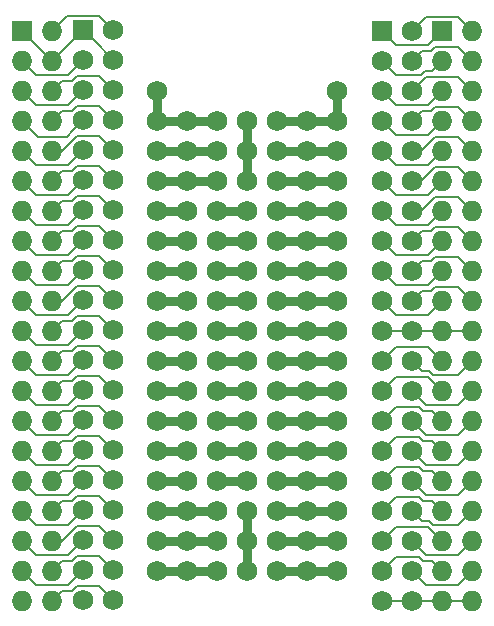
<source format=gtl>
G04 #@! TF.FileFunction,Copper,L1,Top,Signal*
%FSLAX46Y46*%
G04 Gerber Fmt 4.6, Leading zero omitted, Abs format (unit mm)*
G04 Created by KiCad (PCBNEW 4.0.1-3.201512221402+6198~38~ubuntu14.04.1-stable) date Fri 13 May 2016 10:50:05 PM PDT*
%MOMM*%
G01*
G04 APERTURE LIST*
%ADD10C,0.100000*%
%ADD11C,1.727200*%
%ADD12R,1.727200X1.727200*%
%ADD13O,1.727200X1.727200*%
%ADD14C,0.762000*%
%ADD15C,0.152400*%
G04 APERTURE END LIST*
D10*
D11*
X144018000Y-81280000D03*
X144018000Y-78740000D03*
X144018000Y-83820000D03*
X144018000Y-91440000D03*
X144018000Y-93980000D03*
X144018000Y-99060000D03*
X144018000Y-96520000D03*
X144018000Y-86360000D03*
X144018000Y-88900000D03*
X144018000Y-111760000D03*
X144018000Y-109220000D03*
X144018000Y-101600000D03*
X144018000Y-104140000D03*
X144018000Y-114300000D03*
X144018000Y-116840000D03*
X144018000Y-106680000D03*
X141478000Y-116840000D03*
X141478000Y-114300000D03*
X146558000Y-116840000D03*
X146558000Y-114300000D03*
X151638000Y-116840000D03*
X149098000Y-116840000D03*
X138938000Y-116840000D03*
X136398000Y-116840000D03*
X151638000Y-114300000D03*
X149098000Y-114300000D03*
X138938000Y-114300000D03*
X136398000Y-114300000D03*
X151638000Y-111760000D03*
X149098000Y-111760000D03*
X146558000Y-111760000D03*
X141478000Y-111760000D03*
X138938000Y-111760000D03*
X136398000Y-111760000D03*
X151638000Y-109220000D03*
X149098000Y-109220000D03*
X146558000Y-109220000D03*
X141478000Y-109220000D03*
X138938000Y-109220000D03*
X136398000Y-109220000D03*
X151638000Y-106680000D03*
X149098000Y-106680000D03*
X146558000Y-106680000D03*
X141478000Y-106680000D03*
X138938000Y-106680000D03*
X136398000Y-106680000D03*
X151638000Y-104140000D03*
X149098000Y-104140000D03*
X146558000Y-104140000D03*
X141478000Y-104140000D03*
X138938000Y-104140000D03*
X136398000Y-104140000D03*
X151638000Y-101600000D03*
X149098000Y-101600000D03*
X146558000Y-101600000D03*
X141478000Y-101600000D03*
X138938000Y-101600000D03*
X136398000Y-101600000D03*
X151638000Y-99060000D03*
X149098000Y-99060000D03*
X146558000Y-99060000D03*
X141478000Y-99060000D03*
X138938000Y-99060000D03*
X136398000Y-99060000D03*
X151638000Y-96520000D03*
X149098000Y-96520000D03*
X146558000Y-96520000D03*
X141478000Y-96520000D03*
X138938000Y-96520000D03*
X136398000Y-96520000D03*
X151638000Y-93980000D03*
X149098000Y-93980000D03*
X146558000Y-93980000D03*
X141478000Y-93980000D03*
X138938000Y-93980000D03*
X136398000Y-93980000D03*
X151638000Y-91440000D03*
X149098000Y-91440000D03*
X146558000Y-91440000D03*
X141478000Y-91440000D03*
X138938000Y-91440000D03*
X136398000Y-91440000D03*
X151638000Y-88900000D03*
X149098000Y-88900000D03*
X146558000Y-88900000D03*
X141478000Y-88900000D03*
X138938000Y-88900000D03*
X136398000Y-88900000D03*
X151638000Y-86360000D03*
X149098000Y-86360000D03*
X146558000Y-86360000D03*
X141478000Y-86360000D03*
X138938000Y-86360000D03*
X136398000Y-86360000D03*
X151638000Y-83820000D03*
X149098000Y-83820000D03*
X146558000Y-83820000D03*
X141478000Y-83820000D03*
X138938000Y-83820000D03*
X136398000Y-83820000D03*
X151638000Y-81280000D03*
X149098000Y-81280000D03*
X146558000Y-81280000D03*
X141478000Y-81280000D03*
X138938000Y-81280000D03*
X136398000Y-81280000D03*
X151638000Y-78740000D03*
X149098000Y-78740000D03*
X146558000Y-78740000D03*
X141478000Y-78740000D03*
X138938000Y-78740000D03*
X136398000Y-78740000D03*
X151638000Y-76200000D03*
X136398000Y-76200000D03*
D12*
X124968000Y-71120000D03*
D13*
X127508000Y-71120000D03*
X124968000Y-73660000D03*
X127508000Y-73660000D03*
X124968000Y-76200000D03*
X127508000Y-76200000D03*
X124968000Y-78740000D03*
X127508000Y-78740000D03*
X124968000Y-81280000D03*
X127508000Y-81280000D03*
X124968000Y-83820000D03*
X127508000Y-83820000D03*
X124968000Y-86360000D03*
X127508000Y-86360000D03*
X124968000Y-88900000D03*
X127508000Y-88900000D03*
X124968000Y-91440000D03*
X127508000Y-91440000D03*
X124968000Y-93980000D03*
X127508000Y-93980000D03*
X124968000Y-96520000D03*
X127508000Y-96520000D03*
X124968000Y-99060000D03*
X127508000Y-99060000D03*
X124968000Y-101600000D03*
X127508000Y-101600000D03*
X124968000Y-104140000D03*
X127508000Y-104140000D03*
X124968000Y-106680000D03*
X127508000Y-106680000D03*
X124968000Y-109220000D03*
X127508000Y-109220000D03*
X124968000Y-111760000D03*
X127508000Y-111760000D03*
X124968000Y-114300000D03*
X127508000Y-114300000D03*
X124968000Y-116840000D03*
X127508000Y-116840000D03*
X124968000Y-119380000D03*
X127508000Y-119380000D03*
D12*
X160528000Y-71120000D03*
D13*
X163068000Y-71120000D03*
X160528000Y-73660000D03*
X163068000Y-73660000D03*
X160528000Y-76200000D03*
X163068000Y-76200000D03*
X160528000Y-78740000D03*
X163068000Y-78740000D03*
X160528000Y-81280000D03*
X163068000Y-81280000D03*
X160528000Y-83820000D03*
X163068000Y-83820000D03*
X160528000Y-86360000D03*
X163068000Y-86360000D03*
X160528000Y-88900000D03*
X163068000Y-88900000D03*
X160528000Y-91440000D03*
X163068000Y-91440000D03*
X160528000Y-93980000D03*
X163068000Y-93980000D03*
X160528000Y-96520000D03*
X163068000Y-96520000D03*
X160528000Y-99060000D03*
X163068000Y-99060000D03*
X160528000Y-101600000D03*
X163068000Y-101600000D03*
X160528000Y-104140000D03*
X163068000Y-104140000D03*
X160528000Y-106680000D03*
X163068000Y-106680000D03*
X160528000Y-109220000D03*
X163068000Y-109220000D03*
X160528000Y-111760000D03*
X163068000Y-111760000D03*
X160528000Y-114300000D03*
X163068000Y-114300000D03*
X160528000Y-116840000D03*
X163068000Y-116840000D03*
X160528000Y-119380000D03*
X163068000Y-119380000D03*
D12*
X155448000Y-71120000D03*
D11*
X155448000Y-73660000D03*
X155448000Y-76200000D03*
X155448000Y-78740000D03*
X155448000Y-81280000D03*
X155448000Y-83820000D03*
X155448000Y-86360000D03*
X155448000Y-88900000D03*
X155448000Y-91440000D03*
X155448000Y-93980000D03*
X155448000Y-96520000D03*
X155448000Y-99060000D03*
X155448000Y-101600000D03*
X155448000Y-104140000D03*
X155448000Y-106680000D03*
X155448000Y-109220000D03*
X155448000Y-111760000D03*
X155448000Y-114300000D03*
X155448000Y-116840000D03*
X155448000Y-119380000D03*
X157988000Y-71120000D03*
X157988000Y-73660000D03*
X157988000Y-76200000D03*
X157988000Y-78740000D03*
X157988000Y-81280000D03*
X157988000Y-83820000D03*
X157988000Y-86360000D03*
X157988000Y-88900000D03*
X157988000Y-91440000D03*
X157988000Y-93980000D03*
X157988000Y-96520000D03*
X157988000Y-99060000D03*
X157988000Y-101600000D03*
X157988000Y-104140000D03*
X157988000Y-106680000D03*
X157988000Y-109220000D03*
X157988000Y-111760000D03*
X157988000Y-114300000D03*
X157988000Y-116840000D03*
X157988000Y-119380000D03*
X132715000Y-71035001D03*
X132715000Y-73575001D03*
X132715000Y-76115001D03*
X132715000Y-78655001D03*
X132715000Y-81195001D03*
X132715000Y-83735001D03*
X132715000Y-86275001D03*
X132715000Y-88815001D03*
X132715000Y-91355001D03*
X132715000Y-93895001D03*
X132715000Y-96435001D03*
X132715000Y-98975001D03*
X132715000Y-101515001D03*
X132715000Y-104055001D03*
X132715000Y-106595001D03*
X132715000Y-109135001D03*
X132715000Y-111675001D03*
X132715000Y-114215001D03*
X132715000Y-116755001D03*
X132715000Y-119295001D03*
D12*
X130175000Y-71035001D03*
D11*
X130175000Y-73575001D03*
X130175000Y-76115001D03*
X130175000Y-78655001D03*
X130175000Y-81195001D03*
X130175000Y-83735001D03*
X130175000Y-86275001D03*
X130175000Y-88815001D03*
X130175000Y-91355001D03*
X130175000Y-93895001D03*
X130175000Y-96435001D03*
X130175000Y-98975001D03*
X130175000Y-101515001D03*
X130175000Y-104055001D03*
X130175000Y-106595001D03*
X130175000Y-109135001D03*
X130175000Y-111675001D03*
X130175000Y-114215001D03*
X130175000Y-116755001D03*
X130175000Y-119295001D03*
D14*
X149098000Y-99060000D02*
X151638000Y-99060000D01*
X146558000Y-101600000D02*
X149098000Y-101600000D01*
X149098000Y-101600000D02*
X151638000Y-101600000D01*
X151638000Y-109220000D02*
X149098000Y-109220000D01*
X146558000Y-106680000D02*
X151638000Y-106680000D01*
X146558000Y-104140000D02*
X151638000Y-104140000D01*
X146558000Y-99060000D02*
X149098000Y-99060000D01*
X151638000Y-96520000D02*
X146558000Y-96520000D01*
X146558000Y-93980000D02*
X151638000Y-93980000D01*
X149098000Y-91440000D02*
X151638000Y-91440000D01*
X141478000Y-93980000D02*
X144018000Y-93980000D01*
X146558000Y-91440000D02*
X149098000Y-91440000D01*
X141478000Y-91440000D02*
X144018000Y-91440000D01*
X141478000Y-99060000D02*
X144018000Y-99060000D01*
X144018000Y-96520000D02*
X141478000Y-96520000D01*
X141478000Y-104140000D02*
X144018000Y-104140000D01*
X141478000Y-101600000D02*
X144018000Y-101600000D01*
X141478000Y-106680000D02*
X144018000Y-106680000D01*
X141478000Y-109220000D02*
X144018000Y-109220000D01*
X146558000Y-109220000D02*
X149098000Y-109220000D01*
X146558000Y-111760000D02*
X151638000Y-111760000D01*
X146558000Y-116840000D02*
X151638000Y-116840000D01*
X146558000Y-114300000D02*
X151638000Y-114300000D01*
X144018000Y-116840000D02*
X144018000Y-111760000D01*
X141478000Y-111760000D02*
X138938000Y-111760000D01*
X136398000Y-116840000D02*
X141478000Y-116840000D01*
X136398000Y-114300000D02*
X141478000Y-114300000D01*
X136398000Y-111760000D02*
X138938000Y-111760000D01*
X136398000Y-109220000D02*
X138938000Y-109220000D01*
X136398000Y-106680000D02*
X138938000Y-106680000D01*
X136398000Y-104140000D02*
X138938000Y-104140000D01*
X136398000Y-101600000D02*
X138938000Y-101600000D01*
X136398000Y-99060000D02*
X138938000Y-99060000D01*
X138938000Y-96520000D02*
X136398000Y-96520000D01*
X136398000Y-93980000D02*
X138938000Y-93980000D01*
X136398000Y-91440000D02*
X138938000Y-91440000D01*
X136398000Y-88900000D02*
X138938000Y-88900000D01*
X141478000Y-88900000D02*
X144018000Y-88900000D01*
X149098000Y-88900000D02*
X151638000Y-88900000D01*
X146558000Y-88900000D02*
X149098000Y-88900000D01*
X146558000Y-86360000D02*
X151638000Y-86360000D01*
X141478000Y-86360000D02*
X144018000Y-86360000D01*
X136398000Y-86360000D02*
X138938000Y-86360000D01*
X136398000Y-83820000D02*
X141478000Y-83820000D01*
X136398000Y-81280000D02*
X141478000Y-81280000D01*
X146558000Y-83820000D02*
X151638000Y-83820000D01*
X146558000Y-81280000D02*
X151638000Y-81280000D01*
X136398000Y-76200000D02*
X136398000Y-78740000D01*
X138938000Y-78740000D02*
X136398000Y-78740000D01*
X141478000Y-78740000D02*
X138938000Y-78740000D01*
X151638000Y-78740000D02*
X146558000Y-78740000D01*
X151638000Y-76200000D02*
X151638000Y-78740000D01*
X136398000Y-81280000D02*
X141478000Y-81280000D01*
X144018000Y-78740000D02*
X144018000Y-83820000D01*
X136398000Y-83820000D02*
X141478000Y-83820000D01*
X146558000Y-83820000D02*
X151638000Y-83820000D01*
X146558000Y-81280000D02*
X151638000Y-81280000D01*
X136398000Y-86360000D02*
X138938000Y-86360000D01*
X136398000Y-88900000D02*
X138938000Y-88900000D01*
X136398000Y-91440000D02*
X138938000Y-91440000D01*
X136398000Y-93980000D02*
X138938000Y-93980000D01*
X138938000Y-96520000D02*
X136398000Y-96520000D01*
X141478000Y-86360000D02*
X144018000Y-86360000D01*
X141478000Y-88900000D02*
X144018000Y-88900000D01*
X141478000Y-91440000D02*
X144018000Y-91440000D01*
X141478000Y-93980000D02*
X144018000Y-93980000D01*
X146558000Y-86360000D02*
X151638000Y-86360000D01*
X141478000Y-101600000D02*
X144018000Y-101600000D01*
X146558000Y-99060000D02*
X149098000Y-99060000D01*
X146558000Y-101600000D02*
X149098000Y-101600000D01*
X146558000Y-104140000D02*
X151638000Y-104140000D01*
X146558000Y-106680000D02*
X151638000Y-106680000D01*
X146558000Y-109220000D02*
X149098000Y-109220000D01*
X146558000Y-111760000D02*
X151638000Y-111760000D01*
X141478000Y-111760000D02*
X138938000Y-111760000D01*
X136398000Y-111760000D02*
X138938000Y-111760000D01*
X141478000Y-109220000D02*
X144018000Y-109220000D01*
X141478000Y-104140000D02*
X144018000Y-104140000D01*
X141478000Y-106680000D02*
X144018000Y-106680000D01*
X136398000Y-106680000D02*
X138938000Y-106680000D01*
X136398000Y-104140000D02*
X138938000Y-104140000D01*
X141478000Y-99060000D02*
X144018000Y-99060000D01*
X144018000Y-96520000D02*
X141478000Y-96520000D01*
X151638000Y-96520000D02*
X146558000Y-96520000D01*
X146558000Y-93980000D02*
X151638000Y-93980000D01*
X146558000Y-91440000D02*
X149098000Y-91440000D01*
X146558000Y-88900000D02*
X149098000Y-88900000D01*
X136398000Y-109220000D02*
X138938000Y-109220000D01*
X151638000Y-109220000D02*
X149098000Y-109220000D01*
X149098000Y-101600000D02*
X151638000Y-101600000D01*
X149098000Y-99060000D02*
X151638000Y-99060000D01*
X136398000Y-101600000D02*
X138938000Y-101600000D01*
X136398000Y-99060000D02*
X138938000Y-99060000D01*
X149098000Y-91440000D02*
X151638000Y-91440000D01*
X149098000Y-88900000D02*
X151638000Y-88900000D01*
X144018000Y-116840000D02*
X144018000Y-111760000D01*
X146558000Y-114300000D02*
X151638000Y-114300000D01*
X146558000Y-116840000D02*
X151638000Y-116840000D01*
X136398000Y-114300000D02*
X141478000Y-114300000D01*
X136398000Y-116840000D02*
X141478000Y-116840000D01*
D15*
X159385000Y-119380000D02*
X155448000Y-119380000D01*
X163068000Y-119380000D02*
X159385000Y-119380000D01*
X163068000Y-96520000D02*
X160528000Y-96520000D01*
X157988000Y-96520000D02*
X160528000Y-96520000D01*
X155448000Y-96520000D02*
X157988000Y-96520000D01*
X156641801Y-72313801D02*
X159334199Y-72313801D01*
X155448000Y-71120000D02*
X156641801Y-72313801D01*
X159334199Y-72313801D02*
X160528000Y-71120000D01*
X127508000Y-83820000D02*
X128371599Y-82956401D01*
X128371599Y-82956401D02*
X129186774Y-82956401D01*
X131521199Y-82541200D02*
X131851401Y-82871402D01*
X129186774Y-82956401D02*
X129601975Y-82541200D01*
X129601975Y-82541200D02*
X131521199Y-82541200D01*
X131851401Y-82871402D02*
X132715000Y-83735001D01*
X130175000Y-71035001D02*
X131038599Y-71898600D01*
X131038599Y-71898600D02*
X132715000Y-73575001D01*
X127508000Y-73660000D02*
X130132999Y-71035001D01*
X130132999Y-71035001D02*
X130175000Y-71035001D01*
X124968000Y-71120000D02*
X127508000Y-73660000D01*
X163068000Y-71120000D02*
X161874199Y-69926199D01*
X161874199Y-69926199D02*
X159181801Y-69926199D01*
X159181801Y-69926199D02*
X158851599Y-70256401D01*
X158851599Y-70256401D02*
X157988000Y-71120000D01*
X124968000Y-73660000D02*
X126161801Y-74853801D01*
X126161801Y-74853801D02*
X128896200Y-74853801D01*
X128896200Y-74853801D02*
X129311401Y-74438600D01*
X129311401Y-74438600D02*
X130175000Y-73575001D01*
X155448000Y-81280000D02*
X156641801Y-82473801D01*
X159334199Y-82473801D02*
X159664401Y-82143599D01*
X156641801Y-82473801D02*
X159334199Y-82473801D01*
X159664401Y-82143599D02*
X160528000Y-81280000D01*
X124968000Y-76200000D02*
X126161801Y-77393801D01*
X129311401Y-76978600D02*
X130175000Y-76115001D01*
X126161801Y-77393801D02*
X128896200Y-77393801D01*
X128896200Y-77393801D02*
X129311401Y-76978600D01*
X127508000Y-71120000D02*
X128786800Y-69841200D01*
X128786800Y-69841200D02*
X131521199Y-69841200D01*
X131521199Y-69841200D02*
X132715000Y-71035001D01*
X127508000Y-76200000D02*
X128371599Y-75336401D01*
X129601975Y-74921200D02*
X131521199Y-74921200D01*
X128371599Y-75336401D02*
X129186774Y-75336401D01*
X129186774Y-75336401D02*
X129601975Y-74921200D01*
X131521199Y-74921200D02*
X131851401Y-75251402D01*
X131851401Y-75251402D02*
X132715000Y-76115001D01*
X124968000Y-78740000D02*
X126314199Y-80086199D01*
X126314199Y-80086199D02*
X128743802Y-80086199D01*
X128743802Y-80086199D02*
X129311401Y-79518600D01*
X129311401Y-79518600D02*
X130175000Y-78655001D01*
X127508000Y-78740000D02*
X128371599Y-77876401D01*
X128371599Y-77876401D02*
X129186774Y-77876401D01*
X129186774Y-77876401D02*
X129601975Y-77461200D01*
X129601975Y-77461200D02*
X131521199Y-77461200D01*
X131521199Y-77461200D02*
X131851401Y-77791402D01*
X131851401Y-77791402D02*
X132715000Y-78655001D01*
X124968000Y-81280000D02*
X126161801Y-82473801D01*
X126161801Y-82473801D02*
X128896200Y-82473801D01*
X128896200Y-82473801D02*
X129311401Y-82058600D01*
X129311401Y-82058600D02*
X130175000Y-81195001D01*
X127508000Y-81280000D02*
X128323175Y-81280000D01*
X128323175Y-81280000D02*
X129601975Y-80001200D01*
X129601975Y-80001200D02*
X131521199Y-80001200D01*
X131521199Y-80001200D02*
X131851401Y-80331402D01*
X131851401Y-80331402D02*
X132715000Y-81195001D01*
X124968000Y-83820000D02*
X126161801Y-85013801D01*
X126161801Y-85013801D02*
X128896200Y-85013801D01*
X128896200Y-85013801D02*
X129311401Y-84598600D01*
X129311401Y-84598600D02*
X130175000Y-83735001D01*
X124968000Y-86360000D02*
X126161801Y-87553801D01*
X126161801Y-87553801D02*
X128896200Y-87553801D01*
X128896200Y-87553801D02*
X129311401Y-87138600D01*
X129311401Y-87138600D02*
X130175000Y-86275001D01*
X127508000Y-86360000D02*
X128371599Y-85496401D01*
X128371599Y-85496401D02*
X129186774Y-85496401D01*
X131851401Y-85411402D02*
X132715000Y-86275001D01*
X129186774Y-85496401D02*
X129601975Y-85081200D01*
X129601975Y-85081200D02*
X131521199Y-85081200D01*
X131521199Y-85081200D02*
X131851401Y-85411402D01*
X124968000Y-88900000D02*
X126161801Y-90093801D01*
X129311401Y-89678600D02*
X130175000Y-88815001D01*
X126161801Y-90093801D02*
X128896200Y-90093801D01*
X128896200Y-90093801D02*
X129311401Y-89678600D01*
X127508000Y-88900000D02*
X128371599Y-88036401D01*
X131521199Y-87621200D02*
X131851401Y-87951402D01*
X128371599Y-88036401D02*
X129186774Y-88036401D01*
X129186774Y-88036401D02*
X129601975Y-87621200D01*
X129601975Y-87621200D02*
X131521199Y-87621200D01*
X131851401Y-87951402D02*
X132715000Y-88815001D01*
X124968000Y-91440000D02*
X126161801Y-92633801D01*
X126161801Y-92633801D02*
X128896200Y-92633801D01*
X128896200Y-92633801D02*
X129311401Y-92218600D01*
X129311401Y-92218600D02*
X130175000Y-91355001D01*
X127508000Y-91440000D02*
X128371599Y-90576401D01*
X128371599Y-90576401D02*
X129186774Y-90576401D01*
X129186774Y-90576401D02*
X129601975Y-90161200D01*
X129601975Y-90161200D02*
X131521199Y-90161200D01*
X131521199Y-90161200D02*
X131851401Y-90491402D01*
X131851401Y-90491402D02*
X132715000Y-91355001D01*
X124968000Y-93980000D02*
X126161801Y-95173801D01*
X126161801Y-95173801D02*
X128896200Y-95173801D01*
X128896200Y-95173801D02*
X129311401Y-94758600D01*
X129311401Y-94758600D02*
X130175000Y-93895001D01*
X127508000Y-93980000D02*
X128323175Y-93980000D01*
X131851401Y-93031402D02*
X132715000Y-93895001D01*
X128323175Y-93980000D02*
X129601975Y-92701200D01*
X129601975Y-92701200D02*
X131521199Y-92701200D01*
X131521199Y-92701200D02*
X131851401Y-93031402D01*
X124968000Y-96520000D02*
X126161801Y-97713801D01*
X126161801Y-97713801D02*
X128896200Y-97713801D01*
X128896200Y-97713801D02*
X129311401Y-97298600D01*
X129311401Y-97298600D02*
X130175000Y-96435001D01*
X127508000Y-96520000D02*
X128371599Y-95656401D01*
X128371599Y-95656401D02*
X129186774Y-95656401D01*
X129186774Y-95656401D02*
X129601975Y-95241200D01*
X129601975Y-95241200D02*
X131521199Y-95241200D01*
X131521199Y-95241200D02*
X131851401Y-95571402D01*
X131851401Y-95571402D02*
X132715000Y-96435001D01*
X124968000Y-99060000D02*
X126161801Y-100253801D01*
X126161801Y-100253801D02*
X128896200Y-100253801D01*
X129311401Y-99838600D02*
X130175000Y-98975001D01*
X128896200Y-100253801D02*
X129311401Y-99838600D01*
X127508000Y-99060000D02*
X128371599Y-98196401D01*
X128371599Y-98196401D02*
X129186774Y-98196401D01*
X129186774Y-98196401D02*
X129601975Y-97781200D01*
X129601975Y-97781200D02*
X131521199Y-97781200D01*
X131521199Y-97781200D02*
X131851401Y-98111402D01*
X131851401Y-98111402D02*
X132715000Y-98975001D01*
X124968000Y-101600000D02*
X126161801Y-102793801D01*
X128896200Y-102793801D02*
X129311401Y-102378600D01*
X126161801Y-102793801D02*
X128896200Y-102793801D01*
X129311401Y-102378600D02*
X130175000Y-101515001D01*
X127508000Y-101600000D02*
X128371599Y-100736401D01*
X128371599Y-100736401D02*
X129186774Y-100736401D01*
X129186774Y-100736401D02*
X129601975Y-100321200D01*
X131521199Y-100321200D02*
X131851401Y-100651402D01*
X129601975Y-100321200D02*
X131521199Y-100321200D01*
X131851401Y-100651402D02*
X132715000Y-101515001D01*
X124968000Y-104140000D02*
X126161801Y-105333801D01*
X126161801Y-105333801D02*
X128896200Y-105333801D01*
X128896200Y-105333801D02*
X129311401Y-104918600D01*
X129311401Y-104918600D02*
X130175000Y-104055001D01*
X127508000Y-104140000D02*
X128371599Y-103276401D01*
X128371599Y-103276401D02*
X129186774Y-103276401D01*
X131851401Y-103191402D02*
X132715000Y-104055001D01*
X129186774Y-103276401D02*
X129601975Y-102861200D01*
X129601975Y-102861200D02*
X131521199Y-102861200D01*
X131521199Y-102861200D02*
X131851401Y-103191402D01*
X124968000Y-106680000D02*
X126161801Y-107873801D01*
X126161801Y-107873801D02*
X128896200Y-107873801D01*
X128896200Y-107873801D02*
X129311401Y-107458600D01*
X129311401Y-107458600D02*
X130175000Y-106595001D01*
X127508000Y-106680000D02*
X128371599Y-105816401D01*
X128371599Y-105816401D02*
X129186774Y-105816401D01*
X129186774Y-105816401D02*
X129601975Y-105401200D01*
X129601975Y-105401200D02*
X131521199Y-105401200D01*
X131521199Y-105401200D02*
X131851401Y-105731402D01*
X131851401Y-105731402D02*
X132715000Y-106595001D01*
X124968000Y-109220000D02*
X126161801Y-110413801D01*
X126161801Y-110413801D02*
X128896200Y-110413801D01*
X128896200Y-110413801D02*
X129311401Y-109998600D01*
X129311401Y-109998600D02*
X130175000Y-109135001D01*
X127508000Y-109220000D02*
X128371599Y-108356401D01*
X128371599Y-108356401D02*
X129186774Y-108356401D01*
X131521199Y-107941200D02*
X131851401Y-108271402D01*
X131851401Y-108271402D02*
X132715000Y-109135001D01*
X129186774Y-108356401D02*
X129601975Y-107941200D01*
X129601975Y-107941200D02*
X131521199Y-107941200D01*
X124968000Y-111760000D02*
X126161801Y-112953801D01*
X129311401Y-112538600D02*
X130175000Y-111675001D01*
X126161801Y-112953801D02*
X128896200Y-112953801D01*
X128896200Y-112953801D02*
X129311401Y-112538600D01*
X127508000Y-111760000D02*
X128371599Y-110896401D01*
X128371599Y-110896401D02*
X129186774Y-110896401D01*
X129186774Y-110896401D02*
X129601975Y-110481200D01*
X129601975Y-110481200D02*
X131521199Y-110481200D01*
X131521199Y-110481200D02*
X131851401Y-110811402D01*
X131851401Y-110811402D02*
X132715000Y-111675001D01*
X124968000Y-114300000D02*
X126161801Y-115493801D01*
X129311401Y-115078600D02*
X130175000Y-114215001D01*
X126161801Y-115493801D02*
X128896200Y-115493801D01*
X128896200Y-115493801D02*
X129311401Y-115078600D01*
X127508000Y-114300000D02*
X128323175Y-114300000D01*
X128323175Y-114300000D02*
X129601975Y-113021200D01*
X129601975Y-113021200D02*
X131521199Y-113021200D01*
X131521199Y-113021200D02*
X131851401Y-113351402D01*
X131851401Y-113351402D02*
X132715000Y-114215001D01*
X124968000Y-116840000D02*
X126161801Y-118033801D01*
X126161801Y-118033801D02*
X128896200Y-118033801D01*
X128896200Y-118033801D02*
X129311401Y-117618600D01*
X129311401Y-117618600D02*
X130175000Y-116755001D01*
X127508000Y-116840000D02*
X128371599Y-115976401D01*
X128371599Y-115976401D02*
X129186774Y-115976401D01*
X129186774Y-115976401D02*
X129601975Y-115561200D01*
X129601975Y-115561200D02*
X131521199Y-115561200D01*
X131521199Y-115561200D02*
X131851401Y-115891402D01*
X131851401Y-115891402D02*
X132715000Y-116755001D01*
X127508000Y-119380000D02*
X128371599Y-118516401D01*
X128371599Y-118516401D02*
X129186774Y-118516401D01*
X129186774Y-118516401D02*
X129601975Y-118101200D01*
X129601975Y-118101200D02*
X131521199Y-118101200D01*
X131521199Y-118101200D02*
X131851401Y-118431402D01*
X131851401Y-118431402D02*
X132715000Y-119295001D01*
X159664401Y-74523599D02*
X160528000Y-73660000D01*
X159089651Y-74523599D02*
X159664401Y-74523599D01*
X156641801Y-74853801D02*
X158759449Y-74853801D01*
X155448000Y-73660000D02*
X156641801Y-74853801D01*
X158759449Y-74853801D02*
X159089651Y-74523599D01*
X157988000Y-73660000D02*
X158851599Y-72796401D01*
X161874199Y-72466199D02*
X162204401Y-72796401D01*
X158851599Y-72796401D02*
X159624773Y-72796401D01*
X159624773Y-72796401D02*
X159954975Y-72466199D01*
X159954975Y-72466199D02*
X161874199Y-72466199D01*
X162204401Y-72796401D02*
X163068000Y-73660000D01*
X155448000Y-76200000D02*
X156641801Y-77393801D01*
X156641801Y-77393801D02*
X159334199Y-77393801D01*
X159334199Y-77393801D02*
X159664401Y-77063599D01*
X159664401Y-77063599D02*
X160528000Y-76200000D01*
X163068000Y-76200000D02*
X161874199Y-75006199D01*
X161874199Y-75006199D02*
X159181801Y-75006199D01*
X159181801Y-75006199D02*
X158851599Y-75336401D01*
X158851599Y-75336401D02*
X157988000Y-76200000D01*
X155448000Y-78740000D02*
X156641801Y-79933801D01*
X159334199Y-79933801D02*
X159664401Y-79603599D01*
X156641801Y-79933801D02*
X159334199Y-79933801D01*
X159664401Y-79603599D02*
X160528000Y-78740000D01*
X157988000Y-78740000D02*
X158851599Y-77876401D01*
X158851599Y-77876401D02*
X159624773Y-77876401D01*
X159624773Y-77876401D02*
X159954975Y-77546199D01*
X159954975Y-77546199D02*
X161874199Y-77546199D01*
X161874199Y-77546199D02*
X162204401Y-77876401D01*
X162204401Y-77876401D02*
X163068000Y-78740000D01*
X157988000Y-81280000D02*
X158761174Y-81280000D01*
X158761174Y-81280000D02*
X159954975Y-80086199D01*
X159954975Y-80086199D02*
X161874199Y-80086199D01*
X162204401Y-80416401D02*
X163068000Y-81280000D01*
X161874199Y-80086199D02*
X162204401Y-80416401D01*
X155448000Y-83820000D02*
X156641801Y-85013801D01*
X156641801Y-85013801D02*
X159334199Y-85013801D01*
X159334199Y-85013801D02*
X159664401Y-84683599D01*
X159664401Y-84683599D02*
X160528000Y-83820000D01*
X157988000Y-83820000D02*
X158761174Y-83820000D01*
X159954975Y-82626199D02*
X161874199Y-82626199D01*
X162204401Y-82956401D02*
X163068000Y-83820000D01*
X158761174Y-83820000D02*
X159954975Y-82626199D01*
X161874199Y-82626199D02*
X162204401Y-82956401D01*
X155448000Y-86360000D02*
X156641801Y-87553801D01*
X156641801Y-87553801D02*
X159334199Y-87553801D01*
X159334199Y-87553801D02*
X159664401Y-87223599D01*
X159664401Y-87223599D02*
X160528000Y-86360000D01*
X157988000Y-86360000D02*
X158761174Y-86360000D01*
X158761174Y-86360000D02*
X159954975Y-85166199D01*
X159954975Y-85166199D02*
X161874199Y-85166199D01*
X161874199Y-85166199D02*
X162204401Y-85496401D01*
X162204401Y-85496401D02*
X163068000Y-86360000D01*
X155448000Y-88900000D02*
X156641801Y-90093801D01*
X156641801Y-90093801D02*
X159334199Y-90093801D01*
X159334199Y-90093801D02*
X159664401Y-89763599D01*
X159664401Y-89763599D02*
X160528000Y-88900000D01*
X157988000Y-88900000D02*
X158851599Y-88036401D01*
X159624773Y-88036401D02*
X159954975Y-87706199D01*
X158851599Y-88036401D02*
X159624773Y-88036401D01*
X159954975Y-87706199D02*
X161874199Y-87706199D01*
X161874199Y-87706199D02*
X162204401Y-88036401D01*
X162204401Y-88036401D02*
X163068000Y-88900000D01*
X155448000Y-91440000D02*
X156641801Y-92633801D01*
X156641801Y-92633801D02*
X159334199Y-92633801D01*
X159334199Y-92633801D02*
X159664401Y-92303599D01*
X159664401Y-92303599D02*
X160528000Y-91440000D01*
X157988000Y-91440000D02*
X158851599Y-90576401D01*
X162204401Y-90576401D02*
X163068000Y-91440000D01*
X158851599Y-90576401D02*
X159624773Y-90576401D01*
X159954975Y-90246199D02*
X161874199Y-90246199D01*
X159624773Y-90576401D02*
X159954975Y-90246199D01*
X161874199Y-90246199D02*
X162204401Y-90576401D01*
X155448000Y-93980000D02*
X156641801Y-95173801D01*
X156641801Y-95173801D02*
X159334199Y-95173801D01*
X159334199Y-95173801D02*
X159664401Y-94843599D01*
X159664401Y-94843599D02*
X160528000Y-93980000D01*
X157988000Y-93980000D02*
X158851599Y-93116401D01*
X158851599Y-93116401D02*
X159624773Y-93116401D01*
X159624773Y-93116401D02*
X159954975Y-92786199D01*
X159954975Y-92786199D02*
X161874199Y-92786199D01*
X161874199Y-92786199D02*
X162204401Y-93116401D01*
X162204401Y-93116401D02*
X163068000Y-93980000D01*
X155448000Y-99060000D02*
X156641801Y-97866199D01*
X156641801Y-97866199D02*
X159334199Y-97866199D01*
X159334199Y-97866199D02*
X159664401Y-98196401D01*
X159664401Y-98196401D02*
X160528000Y-99060000D01*
X161874199Y-100253801D02*
X162204401Y-99923599D01*
X159756551Y-100253801D02*
X161874199Y-100253801D01*
X159426349Y-99923599D02*
X159756551Y-100253801D01*
X158851599Y-99923599D02*
X159426349Y-99923599D01*
X162204401Y-99923599D02*
X163068000Y-99060000D01*
X157988000Y-99060000D02*
X158851599Y-99923599D01*
X159334199Y-100406199D02*
X159664401Y-100736401D01*
X155448000Y-101600000D02*
X156641801Y-100406199D01*
X156641801Y-100406199D02*
X159334199Y-100406199D01*
X159664401Y-100736401D02*
X160528000Y-101600000D01*
X157988000Y-101600000D02*
X159181801Y-102793801D01*
X159181801Y-102793801D02*
X161874199Y-102793801D01*
X161874199Y-102793801D02*
X162204401Y-102463599D01*
X162204401Y-102463599D02*
X163068000Y-101600000D01*
X160528000Y-104140000D02*
X159664401Y-103276401D01*
X159664401Y-103276401D02*
X158891227Y-103276401D01*
X158891227Y-103276401D02*
X158561025Y-102946199D01*
X158561025Y-102946199D02*
X156641801Y-102946199D01*
X156641801Y-102946199D02*
X156311599Y-103276401D01*
X156311599Y-103276401D02*
X155448000Y-104140000D01*
X163068000Y-104140000D02*
X161874199Y-105333801D01*
X161874199Y-105333801D02*
X159181801Y-105333801D01*
X159181801Y-105333801D02*
X158851599Y-105003599D01*
X158851599Y-105003599D02*
X157988000Y-104140000D01*
X160528000Y-106680000D02*
X159664401Y-105816401D01*
X159664401Y-105816401D02*
X158891227Y-105816401D01*
X158891227Y-105816401D02*
X158561025Y-105486199D01*
X158561025Y-105486199D02*
X156641801Y-105486199D01*
X156641801Y-105486199D02*
X156311599Y-105816401D01*
X156311599Y-105816401D02*
X155448000Y-106680000D01*
X163068000Y-106680000D02*
X161874199Y-107873801D01*
X161874199Y-107873801D02*
X159181801Y-107873801D01*
X159181801Y-107873801D02*
X158851599Y-107543599D01*
X158851599Y-107543599D02*
X157988000Y-106680000D01*
X160528000Y-109220000D02*
X159664401Y-108356401D01*
X159664401Y-108356401D02*
X158891227Y-108356401D01*
X158891227Y-108356401D02*
X158561025Y-108026199D01*
X156311599Y-108356401D02*
X155448000Y-109220000D01*
X158561025Y-108026199D02*
X156641801Y-108026199D01*
X156641801Y-108026199D02*
X156311599Y-108356401D01*
X163068000Y-109220000D02*
X161874199Y-110413801D01*
X159181801Y-110413801D02*
X158851599Y-110083599D01*
X158851599Y-110083599D02*
X157988000Y-109220000D01*
X161874199Y-110413801D02*
X159181801Y-110413801D01*
X160528000Y-111760000D02*
X159664401Y-110896401D01*
X159664401Y-110896401D02*
X158891227Y-110896401D01*
X158891227Y-110896401D02*
X158561025Y-110566199D01*
X158561025Y-110566199D02*
X156641801Y-110566199D01*
X156641801Y-110566199D02*
X156311599Y-110896401D01*
X156311599Y-110896401D02*
X155448000Y-111760000D01*
X158851599Y-112623599D02*
X157988000Y-111760000D01*
X159426349Y-112623599D02*
X158851599Y-112623599D01*
X159756551Y-112953801D02*
X159426349Y-112623599D01*
X161874199Y-112953801D02*
X159756551Y-112953801D01*
X163068000Y-111760000D02*
X161874199Y-112953801D01*
X155448000Y-114300000D02*
X156641801Y-113106199D01*
X159334199Y-113106199D02*
X159664401Y-113436401D01*
X159664401Y-113436401D02*
X160528000Y-114300000D01*
X156641801Y-113106199D02*
X159334199Y-113106199D01*
X163068000Y-114300000D02*
X161874199Y-115493801D01*
X161874199Y-115493801D02*
X159181801Y-115493801D01*
X159181801Y-115493801D02*
X158851599Y-115163599D01*
X158851599Y-115163599D02*
X157988000Y-114300000D01*
X155448000Y-116840000D02*
X156641801Y-115646199D01*
X156641801Y-115646199D02*
X158561025Y-115646199D01*
X158561025Y-115646199D02*
X158891227Y-115976401D01*
X158891227Y-115976401D02*
X159664401Y-115976401D01*
X159664401Y-115976401D02*
X160528000Y-116840000D01*
X157988000Y-116840000D02*
X159181801Y-118033801D01*
X159181801Y-118033801D02*
X161874199Y-118033801D01*
X161874199Y-118033801D02*
X162204401Y-117703599D01*
X162204401Y-117703599D02*
X163068000Y-116840000D01*
M02*

</source>
